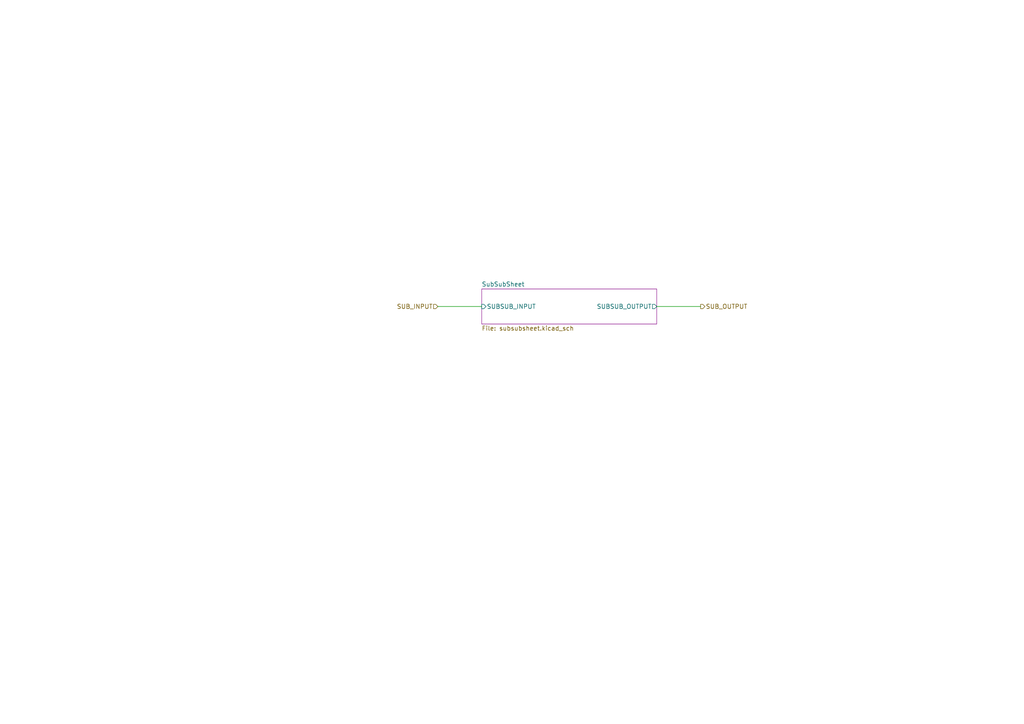
<source format=kicad_sch>
(kicad_sch (version 20210406) (generator eeschema)
  (paper "A4")
  (lib_symbols)
  (wire (pts (xy 127 88.9) (xy 139.7 88.9)))
  (wire (pts (xy 203.2 88.9) (xy 190.5 88.9)))
  (hierarchical_label "SUB_INPUT" (shape input) (at 127 88.9 180))
  (hierarchical_label "SUB_OUTPUT" (shape output) (at 203.2 88.9 0))
  (sheet (at 139.7 83.82) (size 50.8 10.16) (stroke (width 0.0006) (color 132 0 132 1)) (fill (color 255 255 255 0.0000))
    (property "Sheet name" "SubSubSheet" (at 139.7 83.1843 0) (effects (justify left bottom)))
    (property "Sheet file" "subsubsheet.kicad_sch" (at 139.7 94.4887 0) (effects (justify left top)))
    (pin "SUBSUB_INPUT" input (at 139.7 88.9 180))
    (pin "SUBSUB_OUTPUT" output (at 190.5 88.9 0))
  )
)
</source>
